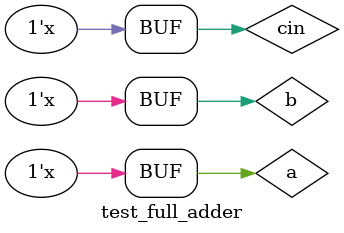
<source format=v>
`timescale 1ns / 1ps


module test_full_adder;

	// Inputs
	reg a;
	reg b;
	reg cin;

	// Outputs
	wire s;
	wire cout;

	// Instantiate the Unit Under Test (UUT)
	full_adder uut (
		.a(a), 
		.b(b), 
		.cin(cin), 
		.s(s), 
		.cout(cout)
	);

	initial begin
		// Initialize Inputs
		a = 0;
		b = 0;
		cin = 0;

		// Wait 100 ns for global reset to finish
		#100;
    
	end
		// Add stimulus here
	always #40 a=~a;
	always #20 b=~b;
	always #10 cin=~cin;
	
      
endmodule


</source>
